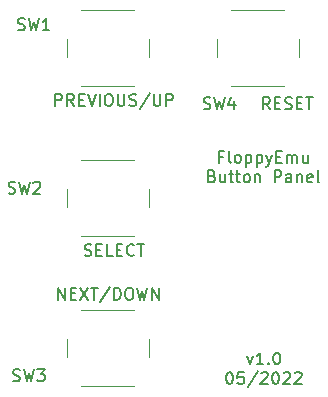
<source format=gbr>
%TF.GenerationSoftware,KiCad,Pcbnew,5.1.8-5.1.8*%
%TF.CreationDate,2022-06-15T01:07:19+02:00*%
%TF.ProjectId,FloppyEmuButtonPanel,466c6f70-7079-4456-9d75-427574746f6e,1.0*%
%TF.SameCoordinates,Original*%
%TF.FileFunction,Legend,Top*%
%TF.FilePolarity,Positive*%
%FSLAX46Y46*%
G04 Gerber Fmt 4.6, Leading zero omitted, Abs format (unit mm)*
G04 Created by KiCad (PCBNEW 5.1.8-5.1.8) date 2022-06-15 01:07:19*
%MOMM*%
%LPD*%
G01*
G04 APERTURE LIST*
%ADD10C,0.150000*%
%ADD11C,0.120000*%
G04 APERTURE END LIST*
D10*
X124739828Y-80027971D02*
X124406495Y-80027971D01*
X124406495Y-80551780D02*
X124406495Y-79551780D01*
X124882685Y-79551780D01*
X125406495Y-80551780D02*
X125311257Y-80504161D01*
X125263638Y-80408923D01*
X125263638Y-79551780D01*
X125930304Y-80551780D02*
X125835066Y-80504161D01*
X125787447Y-80456542D01*
X125739828Y-80361304D01*
X125739828Y-80075590D01*
X125787447Y-79980352D01*
X125835066Y-79932733D01*
X125930304Y-79885114D01*
X126073161Y-79885114D01*
X126168400Y-79932733D01*
X126216019Y-79980352D01*
X126263638Y-80075590D01*
X126263638Y-80361304D01*
X126216019Y-80456542D01*
X126168400Y-80504161D01*
X126073161Y-80551780D01*
X125930304Y-80551780D01*
X126692209Y-79885114D02*
X126692209Y-80885114D01*
X126692209Y-79932733D02*
X126787447Y-79885114D01*
X126977923Y-79885114D01*
X127073161Y-79932733D01*
X127120780Y-79980352D01*
X127168400Y-80075590D01*
X127168400Y-80361304D01*
X127120780Y-80456542D01*
X127073161Y-80504161D01*
X126977923Y-80551780D01*
X126787447Y-80551780D01*
X126692209Y-80504161D01*
X127596971Y-79885114D02*
X127596971Y-80885114D01*
X127596971Y-79932733D02*
X127692209Y-79885114D01*
X127882685Y-79885114D01*
X127977923Y-79932733D01*
X128025542Y-79980352D01*
X128073161Y-80075590D01*
X128073161Y-80361304D01*
X128025542Y-80456542D01*
X127977923Y-80504161D01*
X127882685Y-80551780D01*
X127692209Y-80551780D01*
X127596971Y-80504161D01*
X128406495Y-79885114D02*
X128644590Y-80551780D01*
X128882685Y-79885114D02*
X128644590Y-80551780D01*
X128549352Y-80789876D01*
X128501733Y-80837495D01*
X128406495Y-80885114D01*
X129263638Y-80027971D02*
X129596971Y-80027971D01*
X129739828Y-80551780D02*
X129263638Y-80551780D01*
X129263638Y-79551780D01*
X129739828Y-79551780D01*
X130168400Y-80551780D02*
X130168400Y-79885114D01*
X130168400Y-79980352D02*
X130216019Y-79932733D01*
X130311257Y-79885114D01*
X130454114Y-79885114D01*
X130549352Y-79932733D01*
X130596971Y-80027971D01*
X130596971Y-80551780D01*
X130596971Y-80027971D02*
X130644590Y-79932733D01*
X130739828Y-79885114D01*
X130882685Y-79885114D01*
X130977923Y-79932733D01*
X131025542Y-80027971D01*
X131025542Y-80551780D01*
X131930304Y-79885114D02*
X131930304Y-80551780D01*
X131501733Y-79885114D02*
X131501733Y-80408923D01*
X131549352Y-80504161D01*
X131644590Y-80551780D01*
X131787447Y-80551780D01*
X131882685Y-80504161D01*
X131930304Y-80456542D01*
X123835066Y-81677971D02*
X123977923Y-81725590D01*
X124025542Y-81773209D01*
X124073161Y-81868447D01*
X124073161Y-82011304D01*
X124025542Y-82106542D01*
X123977923Y-82154161D01*
X123882685Y-82201780D01*
X123501733Y-82201780D01*
X123501733Y-81201780D01*
X123835066Y-81201780D01*
X123930304Y-81249400D01*
X123977923Y-81297019D01*
X124025542Y-81392257D01*
X124025542Y-81487495D01*
X123977923Y-81582733D01*
X123930304Y-81630352D01*
X123835066Y-81677971D01*
X123501733Y-81677971D01*
X124930304Y-81535114D02*
X124930304Y-82201780D01*
X124501733Y-81535114D02*
X124501733Y-82058923D01*
X124549352Y-82154161D01*
X124644590Y-82201780D01*
X124787447Y-82201780D01*
X124882685Y-82154161D01*
X124930304Y-82106542D01*
X125263638Y-81535114D02*
X125644590Y-81535114D01*
X125406495Y-81201780D02*
X125406495Y-82058923D01*
X125454114Y-82154161D01*
X125549352Y-82201780D01*
X125644590Y-82201780D01*
X125835066Y-81535114D02*
X126216019Y-81535114D01*
X125977923Y-81201780D02*
X125977923Y-82058923D01*
X126025542Y-82154161D01*
X126120780Y-82201780D01*
X126216019Y-82201780D01*
X126692209Y-82201780D02*
X126596971Y-82154161D01*
X126549352Y-82106542D01*
X126501733Y-82011304D01*
X126501733Y-81725590D01*
X126549352Y-81630352D01*
X126596971Y-81582733D01*
X126692209Y-81535114D01*
X126835066Y-81535114D01*
X126930304Y-81582733D01*
X126977923Y-81630352D01*
X127025542Y-81725590D01*
X127025542Y-82011304D01*
X126977923Y-82106542D01*
X126930304Y-82154161D01*
X126835066Y-82201780D01*
X126692209Y-82201780D01*
X127454114Y-81535114D02*
X127454114Y-82201780D01*
X127454114Y-81630352D02*
X127501733Y-81582733D01*
X127596971Y-81535114D01*
X127739828Y-81535114D01*
X127835066Y-81582733D01*
X127882685Y-81677971D01*
X127882685Y-82201780D01*
X129120780Y-82201780D02*
X129120780Y-81201780D01*
X129501733Y-81201780D01*
X129596971Y-81249400D01*
X129644590Y-81297019D01*
X129692209Y-81392257D01*
X129692209Y-81535114D01*
X129644590Y-81630352D01*
X129596971Y-81677971D01*
X129501733Y-81725590D01*
X129120780Y-81725590D01*
X130549352Y-82201780D02*
X130549352Y-81677971D01*
X130501733Y-81582733D01*
X130406495Y-81535114D01*
X130216019Y-81535114D01*
X130120780Y-81582733D01*
X130549352Y-82154161D02*
X130454114Y-82201780D01*
X130216019Y-82201780D01*
X130120780Y-82154161D01*
X130073161Y-82058923D01*
X130073161Y-81963685D01*
X130120780Y-81868447D01*
X130216019Y-81820828D01*
X130454114Y-81820828D01*
X130549352Y-81773209D01*
X131025542Y-81535114D02*
X131025542Y-82201780D01*
X131025542Y-81630352D02*
X131073161Y-81582733D01*
X131168400Y-81535114D01*
X131311257Y-81535114D01*
X131406495Y-81582733D01*
X131454114Y-81677971D01*
X131454114Y-82201780D01*
X132311257Y-82154161D02*
X132216019Y-82201780D01*
X132025542Y-82201780D01*
X131930304Y-82154161D01*
X131882685Y-82058923D01*
X131882685Y-81677971D01*
X131930304Y-81582733D01*
X132025542Y-81535114D01*
X132216019Y-81535114D01*
X132311257Y-81582733D01*
X132358876Y-81677971D01*
X132358876Y-81773209D01*
X131882685Y-81868447D01*
X132930304Y-82201780D02*
X132835066Y-82154161D01*
X132787447Y-82058923D01*
X132787447Y-81201780D01*
X126790628Y-96953914D02*
X127028723Y-97620580D01*
X127266819Y-96953914D01*
X128171580Y-97620580D02*
X127600152Y-97620580D01*
X127885866Y-97620580D02*
X127885866Y-96620580D01*
X127790628Y-96763438D01*
X127695390Y-96858676D01*
X127600152Y-96906295D01*
X128600152Y-97525342D02*
X128647771Y-97572961D01*
X128600152Y-97620580D01*
X128552533Y-97572961D01*
X128600152Y-97525342D01*
X128600152Y-97620580D01*
X129266819Y-96620580D02*
X129362057Y-96620580D01*
X129457295Y-96668200D01*
X129504914Y-96715819D01*
X129552533Y-96811057D01*
X129600152Y-97001533D01*
X129600152Y-97239628D01*
X129552533Y-97430104D01*
X129504914Y-97525342D01*
X129457295Y-97572961D01*
X129362057Y-97620580D01*
X129266819Y-97620580D01*
X129171580Y-97572961D01*
X129123961Y-97525342D01*
X129076342Y-97430104D01*
X129028723Y-97239628D01*
X129028723Y-97001533D01*
X129076342Y-96811057D01*
X129123961Y-96715819D01*
X129171580Y-96668200D01*
X129266819Y-96620580D01*
X125266819Y-98270580D02*
X125362057Y-98270580D01*
X125457295Y-98318200D01*
X125504914Y-98365819D01*
X125552533Y-98461057D01*
X125600152Y-98651533D01*
X125600152Y-98889628D01*
X125552533Y-99080104D01*
X125504914Y-99175342D01*
X125457295Y-99222961D01*
X125362057Y-99270580D01*
X125266819Y-99270580D01*
X125171580Y-99222961D01*
X125123961Y-99175342D01*
X125076342Y-99080104D01*
X125028723Y-98889628D01*
X125028723Y-98651533D01*
X125076342Y-98461057D01*
X125123961Y-98365819D01*
X125171580Y-98318200D01*
X125266819Y-98270580D01*
X126504914Y-98270580D02*
X126028723Y-98270580D01*
X125981104Y-98746771D01*
X126028723Y-98699152D01*
X126123961Y-98651533D01*
X126362057Y-98651533D01*
X126457295Y-98699152D01*
X126504914Y-98746771D01*
X126552533Y-98842009D01*
X126552533Y-99080104D01*
X126504914Y-99175342D01*
X126457295Y-99222961D01*
X126362057Y-99270580D01*
X126123961Y-99270580D01*
X126028723Y-99222961D01*
X125981104Y-99175342D01*
X127695390Y-98222961D02*
X126838247Y-99508676D01*
X127981104Y-98365819D02*
X128028723Y-98318200D01*
X128123961Y-98270580D01*
X128362057Y-98270580D01*
X128457295Y-98318200D01*
X128504914Y-98365819D01*
X128552533Y-98461057D01*
X128552533Y-98556295D01*
X128504914Y-98699152D01*
X127933485Y-99270580D01*
X128552533Y-99270580D01*
X129171580Y-98270580D02*
X129266819Y-98270580D01*
X129362057Y-98318200D01*
X129409676Y-98365819D01*
X129457295Y-98461057D01*
X129504914Y-98651533D01*
X129504914Y-98889628D01*
X129457295Y-99080104D01*
X129409676Y-99175342D01*
X129362057Y-99222961D01*
X129266819Y-99270580D01*
X129171580Y-99270580D01*
X129076342Y-99222961D01*
X129028723Y-99175342D01*
X128981104Y-99080104D01*
X128933485Y-98889628D01*
X128933485Y-98651533D01*
X128981104Y-98461057D01*
X129028723Y-98365819D01*
X129076342Y-98318200D01*
X129171580Y-98270580D01*
X129885866Y-98365819D02*
X129933485Y-98318200D01*
X130028723Y-98270580D01*
X130266819Y-98270580D01*
X130362057Y-98318200D01*
X130409676Y-98365819D01*
X130457295Y-98461057D01*
X130457295Y-98556295D01*
X130409676Y-98699152D01*
X129838247Y-99270580D01*
X130457295Y-99270580D01*
X130838247Y-98365819D02*
X130885866Y-98318200D01*
X130981104Y-98270580D01*
X131219200Y-98270580D01*
X131314438Y-98318200D01*
X131362057Y-98365819D01*
X131409676Y-98461057D01*
X131409676Y-98556295D01*
X131362057Y-98699152D01*
X130790628Y-99270580D01*
X131409676Y-99270580D01*
D11*
%TO.C,SW1*%
X118510000Y-71580000D02*
X118510000Y-70080000D01*
X117260000Y-67580000D02*
X112760000Y-67580000D01*
X111510000Y-70080000D02*
X111510000Y-71580000D01*
X112760000Y-74080000D02*
X117260000Y-74080000D01*
%TO.C,SW2*%
X112760000Y-86780000D02*
X117260000Y-86780000D01*
X111510000Y-82780000D02*
X111510000Y-84280000D01*
X117260000Y-80280000D02*
X112760000Y-80280000D01*
X118510000Y-84280000D02*
X118510000Y-82780000D01*
%TO.C,SW3*%
X118510000Y-96980000D02*
X118510000Y-95480000D01*
X117260000Y-92980000D02*
X112760000Y-92980000D01*
X111510000Y-95480000D02*
X111510000Y-96980000D01*
X112760000Y-99480000D02*
X117260000Y-99480000D01*
%TO.C,SW4*%
X125460000Y-74080000D02*
X129960000Y-74080000D01*
X124210000Y-70080000D02*
X124210000Y-71580000D01*
X129960000Y-67580000D02*
X125460000Y-67580000D01*
X131210000Y-71580000D02*
X131210000Y-70080000D01*
%TO.C,SW1*%
D10*
X107396666Y-69274761D02*
X107539523Y-69322380D01*
X107777619Y-69322380D01*
X107872857Y-69274761D01*
X107920476Y-69227142D01*
X107968095Y-69131904D01*
X107968095Y-69036666D01*
X107920476Y-68941428D01*
X107872857Y-68893809D01*
X107777619Y-68846190D01*
X107587142Y-68798571D01*
X107491904Y-68750952D01*
X107444285Y-68703333D01*
X107396666Y-68608095D01*
X107396666Y-68512857D01*
X107444285Y-68417619D01*
X107491904Y-68370000D01*
X107587142Y-68322380D01*
X107825238Y-68322380D01*
X107968095Y-68370000D01*
X108301428Y-68322380D02*
X108539523Y-69322380D01*
X108730000Y-68608095D01*
X108920476Y-69322380D01*
X109158571Y-68322380D01*
X110063333Y-69322380D02*
X109491904Y-69322380D01*
X109777619Y-69322380D02*
X109777619Y-68322380D01*
X109682380Y-68465238D01*
X109587142Y-68560476D01*
X109491904Y-68608095D01*
X110557619Y-75732380D02*
X110557619Y-74732380D01*
X110938571Y-74732380D01*
X111033809Y-74780000D01*
X111081428Y-74827619D01*
X111129047Y-74922857D01*
X111129047Y-75065714D01*
X111081428Y-75160952D01*
X111033809Y-75208571D01*
X110938571Y-75256190D01*
X110557619Y-75256190D01*
X112129047Y-75732380D02*
X111795714Y-75256190D01*
X111557619Y-75732380D02*
X111557619Y-74732380D01*
X111938571Y-74732380D01*
X112033809Y-74780000D01*
X112081428Y-74827619D01*
X112129047Y-74922857D01*
X112129047Y-75065714D01*
X112081428Y-75160952D01*
X112033809Y-75208571D01*
X111938571Y-75256190D01*
X111557619Y-75256190D01*
X112557619Y-75208571D02*
X112890952Y-75208571D01*
X113033809Y-75732380D02*
X112557619Y-75732380D01*
X112557619Y-74732380D01*
X113033809Y-74732380D01*
X113319523Y-74732380D02*
X113652857Y-75732380D01*
X113986190Y-74732380D01*
X114319523Y-75732380D02*
X114319523Y-74732380D01*
X114986190Y-74732380D02*
X115176666Y-74732380D01*
X115271904Y-74780000D01*
X115367142Y-74875238D01*
X115414761Y-75065714D01*
X115414761Y-75399047D01*
X115367142Y-75589523D01*
X115271904Y-75684761D01*
X115176666Y-75732380D01*
X114986190Y-75732380D01*
X114890952Y-75684761D01*
X114795714Y-75589523D01*
X114748095Y-75399047D01*
X114748095Y-75065714D01*
X114795714Y-74875238D01*
X114890952Y-74780000D01*
X114986190Y-74732380D01*
X115843333Y-74732380D02*
X115843333Y-75541904D01*
X115890952Y-75637142D01*
X115938571Y-75684761D01*
X116033809Y-75732380D01*
X116224285Y-75732380D01*
X116319523Y-75684761D01*
X116367142Y-75637142D01*
X116414761Y-75541904D01*
X116414761Y-74732380D01*
X116843333Y-75684761D02*
X116986190Y-75732380D01*
X117224285Y-75732380D01*
X117319523Y-75684761D01*
X117367142Y-75637142D01*
X117414761Y-75541904D01*
X117414761Y-75446666D01*
X117367142Y-75351428D01*
X117319523Y-75303809D01*
X117224285Y-75256190D01*
X117033809Y-75208571D01*
X116938571Y-75160952D01*
X116890952Y-75113333D01*
X116843333Y-75018095D01*
X116843333Y-74922857D01*
X116890952Y-74827619D01*
X116938571Y-74780000D01*
X117033809Y-74732380D01*
X117271904Y-74732380D01*
X117414761Y-74780000D01*
X118557619Y-74684761D02*
X117700476Y-75970476D01*
X118890952Y-74732380D02*
X118890952Y-75541904D01*
X118938571Y-75637142D01*
X118986190Y-75684761D01*
X119081428Y-75732380D01*
X119271904Y-75732380D01*
X119367142Y-75684761D01*
X119414761Y-75637142D01*
X119462380Y-75541904D01*
X119462380Y-74732380D01*
X119938571Y-75732380D02*
X119938571Y-74732380D01*
X120319523Y-74732380D01*
X120414761Y-74780000D01*
X120462380Y-74827619D01*
X120510000Y-74922857D01*
X120510000Y-75065714D01*
X120462380Y-75160952D01*
X120414761Y-75208571D01*
X120319523Y-75256190D01*
X119938571Y-75256190D01*
%TO.C,SW2*%
X106616666Y-83114761D02*
X106759523Y-83162380D01*
X106997619Y-83162380D01*
X107092857Y-83114761D01*
X107140476Y-83067142D01*
X107188095Y-82971904D01*
X107188095Y-82876666D01*
X107140476Y-82781428D01*
X107092857Y-82733809D01*
X106997619Y-82686190D01*
X106807142Y-82638571D01*
X106711904Y-82590952D01*
X106664285Y-82543333D01*
X106616666Y-82448095D01*
X106616666Y-82352857D01*
X106664285Y-82257619D01*
X106711904Y-82210000D01*
X106807142Y-82162380D01*
X107045238Y-82162380D01*
X107188095Y-82210000D01*
X107521428Y-82162380D02*
X107759523Y-83162380D01*
X107950000Y-82448095D01*
X108140476Y-83162380D01*
X108378571Y-82162380D01*
X108711904Y-82257619D02*
X108759523Y-82210000D01*
X108854761Y-82162380D01*
X109092857Y-82162380D01*
X109188095Y-82210000D01*
X109235714Y-82257619D01*
X109283333Y-82352857D01*
X109283333Y-82448095D01*
X109235714Y-82590952D01*
X108664285Y-83162380D01*
X109283333Y-83162380D01*
X113033809Y-88384761D02*
X113176666Y-88432380D01*
X113414761Y-88432380D01*
X113510000Y-88384761D01*
X113557619Y-88337142D01*
X113605238Y-88241904D01*
X113605238Y-88146666D01*
X113557619Y-88051428D01*
X113510000Y-88003809D01*
X113414761Y-87956190D01*
X113224285Y-87908571D01*
X113129047Y-87860952D01*
X113081428Y-87813333D01*
X113033809Y-87718095D01*
X113033809Y-87622857D01*
X113081428Y-87527619D01*
X113129047Y-87480000D01*
X113224285Y-87432380D01*
X113462380Y-87432380D01*
X113605238Y-87480000D01*
X114033809Y-87908571D02*
X114367142Y-87908571D01*
X114510000Y-88432380D02*
X114033809Y-88432380D01*
X114033809Y-87432380D01*
X114510000Y-87432380D01*
X115414761Y-88432380D02*
X114938571Y-88432380D01*
X114938571Y-87432380D01*
X115748095Y-87908571D02*
X116081428Y-87908571D01*
X116224285Y-88432380D02*
X115748095Y-88432380D01*
X115748095Y-87432380D01*
X116224285Y-87432380D01*
X117224285Y-88337142D02*
X117176666Y-88384761D01*
X117033809Y-88432380D01*
X116938571Y-88432380D01*
X116795714Y-88384761D01*
X116700476Y-88289523D01*
X116652857Y-88194285D01*
X116605238Y-88003809D01*
X116605238Y-87860952D01*
X116652857Y-87670476D01*
X116700476Y-87575238D01*
X116795714Y-87480000D01*
X116938571Y-87432380D01*
X117033809Y-87432380D01*
X117176666Y-87480000D01*
X117224285Y-87527619D01*
X117510000Y-87432380D02*
X118081428Y-87432380D01*
X117795714Y-88432380D02*
X117795714Y-87432380D01*
%TO.C,SW3*%
X106986666Y-98994761D02*
X107129523Y-99042380D01*
X107367619Y-99042380D01*
X107462857Y-98994761D01*
X107510476Y-98947142D01*
X107558095Y-98851904D01*
X107558095Y-98756666D01*
X107510476Y-98661428D01*
X107462857Y-98613809D01*
X107367619Y-98566190D01*
X107177142Y-98518571D01*
X107081904Y-98470952D01*
X107034285Y-98423333D01*
X106986666Y-98328095D01*
X106986666Y-98232857D01*
X107034285Y-98137619D01*
X107081904Y-98090000D01*
X107177142Y-98042380D01*
X107415238Y-98042380D01*
X107558095Y-98090000D01*
X107891428Y-98042380D02*
X108129523Y-99042380D01*
X108320000Y-98328095D01*
X108510476Y-99042380D01*
X108748571Y-98042380D01*
X109034285Y-98042380D02*
X109653333Y-98042380D01*
X109320000Y-98423333D01*
X109462857Y-98423333D01*
X109558095Y-98470952D01*
X109605714Y-98518571D01*
X109653333Y-98613809D01*
X109653333Y-98851904D01*
X109605714Y-98947142D01*
X109558095Y-98994761D01*
X109462857Y-99042380D01*
X109177142Y-99042380D01*
X109081904Y-98994761D01*
X109034285Y-98947142D01*
X110823904Y-92146380D02*
X110823904Y-91146380D01*
X111395333Y-92146380D01*
X111395333Y-91146380D01*
X111871523Y-91622571D02*
X112204857Y-91622571D01*
X112347714Y-92146380D02*
X111871523Y-92146380D01*
X111871523Y-91146380D01*
X112347714Y-91146380D01*
X112681047Y-91146380D02*
X113347714Y-92146380D01*
X113347714Y-91146380D02*
X112681047Y-92146380D01*
X113585809Y-91146380D02*
X114157238Y-91146380D01*
X113871523Y-92146380D02*
X113871523Y-91146380D01*
X115204857Y-91098761D02*
X114347714Y-92384476D01*
X115538190Y-92146380D02*
X115538190Y-91146380D01*
X115776285Y-91146380D01*
X115919142Y-91194000D01*
X116014380Y-91289238D01*
X116062000Y-91384476D01*
X116109619Y-91574952D01*
X116109619Y-91717809D01*
X116062000Y-91908285D01*
X116014380Y-92003523D01*
X115919142Y-92098761D01*
X115776285Y-92146380D01*
X115538190Y-92146380D01*
X116728666Y-91146380D02*
X116919142Y-91146380D01*
X117014380Y-91194000D01*
X117109619Y-91289238D01*
X117157238Y-91479714D01*
X117157238Y-91813047D01*
X117109619Y-92003523D01*
X117014380Y-92098761D01*
X116919142Y-92146380D01*
X116728666Y-92146380D01*
X116633428Y-92098761D01*
X116538190Y-92003523D01*
X116490571Y-91813047D01*
X116490571Y-91479714D01*
X116538190Y-91289238D01*
X116633428Y-91194000D01*
X116728666Y-91146380D01*
X117490571Y-91146380D02*
X117728666Y-92146380D01*
X117919142Y-91432095D01*
X118109619Y-92146380D01*
X118347714Y-91146380D01*
X118728666Y-92146380D02*
X118728666Y-91146380D01*
X119300095Y-92146380D01*
X119300095Y-91146380D01*
%TO.C,SW4*%
X123126666Y-75969761D02*
X123269523Y-76017380D01*
X123507619Y-76017380D01*
X123602857Y-75969761D01*
X123650476Y-75922142D01*
X123698095Y-75826904D01*
X123698095Y-75731666D01*
X123650476Y-75636428D01*
X123602857Y-75588809D01*
X123507619Y-75541190D01*
X123317142Y-75493571D01*
X123221904Y-75445952D01*
X123174285Y-75398333D01*
X123126666Y-75303095D01*
X123126666Y-75207857D01*
X123174285Y-75112619D01*
X123221904Y-75065000D01*
X123317142Y-75017380D01*
X123555238Y-75017380D01*
X123698095Y-75065000D01*
X124031428Y-75017380D02*
X124269523Y-76017380D01*
X124460000Y-75303095D01*
X124650476Y-76017380D01*
X124888571Y-75017380D01*
X125698095Y-75350714D02*
X125698095Y-76017380D01*
X125460000Y-74969761D02*
X125221904Y-75684047D01*
X125840952Y-75684047D01*
X128722619Y-76017380D02*
X128389285Y-75541190D01*
X128151190Y-76017380D02*
X128151190Y-75017380D01*
X128532142Y-75017380D01*
X128627380Y-75065000D01*
X128675000Y-75112619D01*
X128722619Y-75207857D01*
X128722619Y-75350714D01*
X128675000Y-75445952D01*
X128627380Y-75493571D01*
X128532142Y-75541190D01*
X128151190Y-75541190D01*
X129151190Y-75493571D02*
X129484523Y-75493571D01*
X129627380Y-76017380D02*
X129151190Y-76017380D01*
X129151190Y-75017380D01*
X129627380Y-75017380D01*
X130008333Y-75969761D02*
X130151190Y-76017380D01*
X130389285Y-76017380D01*
X130484523Y-75969761D01*
X130532142Y-75922142D01*
X130579761Y-75826904D01*
X130579761Y-75731666D01*
X130532142Y-75636428D01*
X130484523Y-75588809D01*
X130389285Y-75541190D01*
X130198809Y-75493571D01*
X130103571Y-75445952D01*
X130055952Y-75398333D01*
X130008333Y-75303095D01*
X130008333Y-75207857D01*
X130055952Y-75112619D01*
X130103571Y-75065000D01*
X130198809Y-75017380D01*
X130436904Y-75017380D01*
X130579761Y-75065000D01*
X131008333Y-75493571D02*
X131341666Y-75493571D01*
X131484523Y-76017380D02*
X131008333Y-76017380D01*
X131008333Y-75017380D01*
X131484523Y-75017380D01*
X131770238Y-75017380D02*
X132341666Y-75017380D01*
X132055952Y-76017380D02*
X132055952Y-75017380D01*
%TD*%
M02*

</source>
